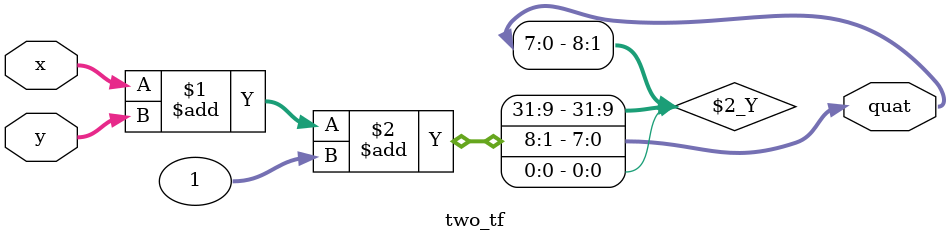
<source format=v>
`timescale 1ns / 1ps


module two_tf(input [7:0] x, y, output [7:0] quat);

assign quat = (x+y+1) >> 1;

endmodule

</source>
